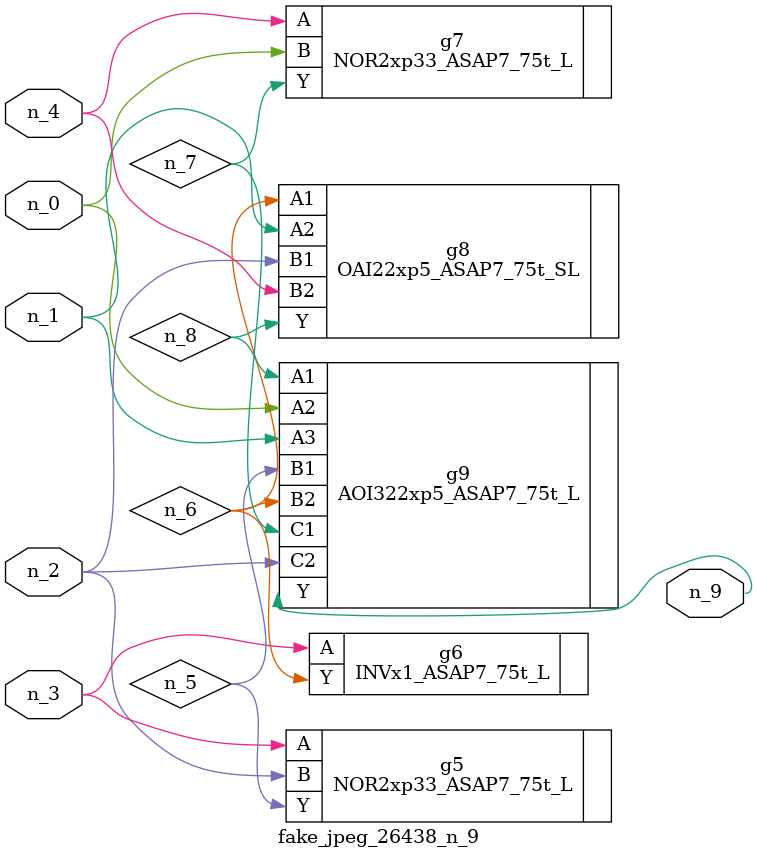
<source format=v>
module fake_jpeg_26438_n_9 (n_3, n_2, n_1, n_0, n_4, n_9);

input n_3;
input n_2;
input n_1;
input n_0;
input n_4;

output n_9;

wire n_8;
wire n_6;
wire n_5;
wire n_7;

NOR2xp33_ASAP7_75t_L g5 ( 
.A(n_3),
.B(n_2),
.Y(n_5)
);

INVx1_ASAP7_75t_L g6 ( 
.A(n_3),
.Y(n_6)
);

NOR2xp33_ASAP7_75t_L g7 ( 
.A(n_4),
.B(n_0),
.Y(n_7)
);

OAI22xp5_ASAP7_75t_SL g8 ( 
.A1(n_6),
.A2(n_1),
.B1(n_2),
.B2(n_4),
.Y(n_8)
);

AOI322xp5_ASAP7_75t_L g9 ( 
.A1(n_8),
.A2(n_0),
.A3(n_1),
.B1(n_5),
.B2(n_6),
.C1(n_7),
.C2(n_2),
.Y(n_9)
);


endmodule
</source>
